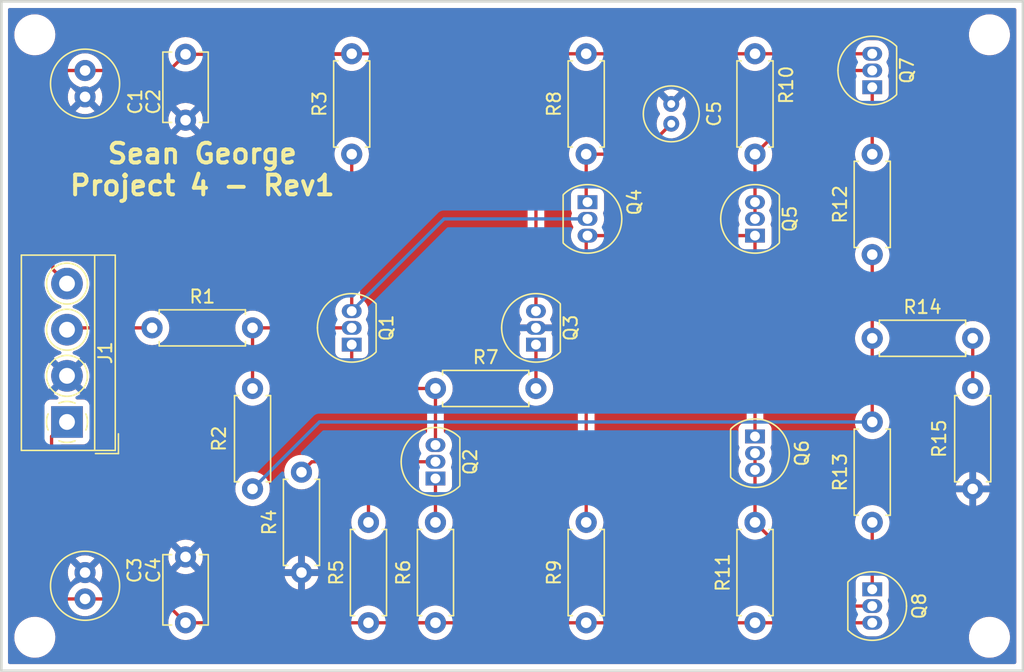
<source format=kicad_pcb>
(kicad_pcb (version 20211014) (generator pcbnew)
  (layers (0 "F.Cu" signal) (31 "B.Cu" signal) (34 "B.Paste" user) (35 "F.Paste" user) (36 "B.SilkS" user "B.Silkscreen") (37 "F.SilkS" user "F.Silkscreen") (38 "B.Mask" user) (39 "F.Mask" user) (44 "Edge.Cuts" user))
  (net 0 "")
  (net 1 "/VCC")
  (net 2 "GND")
  (net 3 "/VEE")
  (net 4 "Net-(C5-Pad2)")
  (net 5 "/IN")
  (net 6 "Net-(Q1-Pad1)")
  (net 7 "Net-(Q1-Pad2)")
  (net 8 "Net-(Q1-Pad3)")
  (net 9 "Net-(Q2-Pad1)")
  (net 10 "Net-(Q6-Pad2)")
  (net 11 "Net-(Q7-Pad1)")
  (net 12 "Net-(Q2-Pad2)")
  (net 13 "Net-(Q8-Pad1)")
  (net 14 "Net-(Q5-Pad2)")
  (net 15 "Net-(R12-Pad2)")
  (net 16 "Net-(R14-Pad2)")
  (net 17 "Net-(Q4-Pad3)")
  (net 18 "Net-(Q3-Pad1)")
  (footprint "Resistor_THT:R_Axial_DIN0207_L6.3mm_D2.5mm_P7.62mm_Horizontal" (layer "F.Cu") (at 219.61 138.6)
    (fp_text reference "R7" (at 3.81 -2.37) (layer "F.SilkS"))
    (fp_text value "22k")
    (fp_line (start 0.54 -1.37) (end 7.08 -1.37) (layer "F.SilkS") (width 0.12))
    (fp_line (start 7.08 1.37) (end 7.08 1.04) (layer "F.SilkS") (width 0.12))
    (fp_line (start 0.54 -1.04) (end 0.54 -1.37) (layer "F.SilkS") (width 0.12))
    (fp_line (start 0.54 1.04) (end 0.54 1.37) (layer "F.SilkS") (width 0.12))
    (fp_line (start 7.08 -1.37) (end 7.08 -1.04) (layer "F.SilkS") (width 0.12))
    (fp_line (start 0.54 1.37) (end 7.08 1.37) (layer "F.SilkS") (width 0.12))
    (pad "1" thru_hole circle (at 0 0) (size 1.6 1.6) (drill 0.8) (layers *.Cu *.Mask) (net 6 "Net-(Q1-Pad1)"))
    (pad "2" thru_hole oval (at 7.62 0) (size 1.6 1.6) (drill 0.8) (layers *.Cu *.Mask) (net 18 "Net-(Q3-Pad1)"))
  )
  (footprint "Package_TO_SOT_THT:TO-92_Inline" (layer "F.Cu") (at 252.73 115.74 90)
    (fp_text reference "Q7" (at 1.27 2.64 90) (layer "F.SilkS"))
    (fp_text value "Q_NPN_EBC")
    (fp_line (start -0.53 1.85) (end 3.07 1.85) (layer "F.SilkS") (width 0.12))
    (fp_arc (start 1.27 -2.6) (mid 3.672087 -0.994977) (end 3.108478 1.838478) (layer "F.SilkS") (width 0.12))
    (fp_arc (start -0.568478 1.838478) (mid -1.132087 -0.994977) (end 1.27 -2.6) (layer "F.SilkS") (width 0.12))
    (pad "1" thru_hole rect (at 0 0 90) (size 1.05 1.5) (drill 0.75) (layers *.Cu *.Mask) (net 11 "Net-(Q7-Pad1)"))
    (pad "2" thru_hole oval (at 1.27 0 90) (size 1.05 1.5) (drill 0.75) (layers *.Cu *.Mask) (net 14 "Net-(Q5-Pad2)"))
    (pad "3" thru_hole oval (at 2.54 0 90) (size 1.05 1.5) (drill 0.75) (layers *.Cu *.Mask) (net 1 "/VCC"))
  )
  (footprint "Resistor_THT:R_Axial_DIN0207_L6.3mm_D2.5mm_P7.62mm_Horizontal" (layer "F.Cu") (at 231.04 148.76 -90)
    (fp_text reference "R9" (at 3.81 2.44 90) (layer "F.SilkS"))
    (fp_text value "3k9")
    (fp_line (start 0.54 1.04) (end 0.54 1.37) (layer "F.SilkS") (width 0.12))
    (fp_line (start 7.08 1.37) (end 7.08 1.04) (layer "F.SilkS") (width 0.12))
    (fp_line (start 0.54 1.37) (end 7.08 1.37) (layer "F.SilkS") (width 0.12))
    (fp_line (start 0.54 -1.37) (end 7.08 -1.37) (layer "F.SilkS") (width 0.12))
    (fp_line (start 7.08 -1.37) (end 7.08 -1.04) (layer "F.SilkS") (width 0.12))
    (fp_line (start 0.54 -1.04) (end 0.54 -1.37) (layer "F.SilkS") (width 0.12))
    (pad "1" thru_hole circle (at 0 0 270) (size 1.6 1.6) (drill 0.8) (layers *.Cu *.Mask) (net 17 "Net-(Q4-Pad3)"))
    (pad "2" thru_hole oval (at 7.62 0 270) (size 1.6 1.6) (drill 0.8) (layers *.Cu *.Mask) (net 3 "/VEE"))
  )
  (footprint "Resistor_THT:R_Axial_DIN0207_L6.3mm_D2.5mm_P7.62mm_Horizontal" (layer "F.Cu") (at 252.73 141.14 -90)
    (fp_text reference "R13" (at 3.81 2.44 90) (layer "F.SilkS"))
    (fp_text value "10")
    (fp_line (start 7.08 -1.37) (end 7.08 -1.04) (layer "F.SilkS") (width 0.12))
    (fp_line (start 0.54 -1.37) (end 7.08 -1.37) (layer "F.SilkS") (width 0.12))
    (fp_line (start 0.54 -1.04) (end 0.54 -1.37) (layer "F.SilkS") (width 0.12))
    (fp_line (start 0.54 1.04) (end 0.54 1.37) (layer "F.SilkS") (width 0.12))
    (fp_line (start 7.08 1.37) (end 7.08 1.04) (layer "F.SilkS") (width 0.12))
    (fp_line (start 0.54 1.37) (end 7.08 1.37) (layer "F.SilkS") (width 0.12))
    (pad "1" thru_hole circle (at 0 0 270) (size 1.6 1.6) (drill 0.8) (layers *.Cu *.Mask) (net 15 "Net-(R12-Pad2)"))
    (pad "2" thru_hole oval (at 7.62 0 270) (size 1.6 1.6) (drill 0.8) (layers *.Cu *.Mask) (net 13 "Net-(Q8-Pad1)"))
  )
  (footprint "Capacitor_THT:C_Disc_D5.1mm_W3.2mm_P5.00mm" (layer "F.Cu") (at 200.66 113.24 -90)
    (fp_text reference "C2" (at 3.6 2.44 90) (layer "F.SilkS"))
    (fp_text value "0.1u")
    (fp_line (start -0.17 1.055) (end -0.17 1.721) (layer "F.SilkS") (width 0.12))
    (fp_line (start -0.17 -1.721) (end 5.17 -1.721) (layer "F.SilkS") (width 0.12))
    (fp_line (start -0.17 -1.721) (end -0.17 -1.055) (layer "F.SilkS") (width 0.12))
    (fp_line (start 5.17 -1.721) (end 5.17 -1.055) (layer "F.SilkS") (width 0.12))
    (fp_line (start -0.17 1.721) (end 5.17 1.721) (layer "F.SilkS") (width 0.12))
    (fp_line (start 5.17 1.055) (end 5.17 1.721) (layer "F.SilkS") (width 0.12))
    (pad "1" thru_hole circle (at 0 0 270) (size 1.6 1.6) (drill 0.8) (layers *.Cu *.Mask) (net 1 "/VCC"))
    (pad "2" thru_hole circle (at 5 0 270) (size 1.6 1.6) (drill 0.8) (layers *.Cu *.Mask) (net 2 "GND"))
  )
  (footprint "Capacitor_THT:C_Radial_D5.0mm_H11.0mm_P2.00mm" (layer "F.Cu") (at 193.04 152.57 -90)
    (fp_text reference "C3" (at -0.17 -3.75 90) (layer "F.SilkS"))
    (fp_text value "100u")
    (fp_circle (center 1 0) (end 3.62 0) (layer "F.SilkS") (width 0.12) (fill none))
    (pad "1" thru_hole circle (at 0 0 270) (size 1.6 1.6) (drill 0.8) (layers *.Cu *.Mask) (net 2 "GND"))
    (pad "2" thru_hole circle (at 2 0 270) (size 1.6 1.6) (drill 0.8) (layers *.Cu *.Mask) (net 3 "/VEE"))
  )
  (footprint "Resistor_THT:R_Axial_DIN0207_L6.3mm_D2.5mm_P7.62mm_Horizontal" (layer "F.Cu") (at 213.26 113.2 -90)
    (fp_text reference "R3" (at 3.81 2.44 90) (layer "F.SilkS"))
    (fp_text value "12k")
    (fp_line (start 0.54 1.37) (end 7.08 1.37) (layer "F.SilkS") (width 0.12))
    (fp_line (start 7.08 -1.37) (end 7.08 -1.04) (layer "F.SilkS") (width 0.12))
    (fp_line (start 0.54 -1.37) (end 7.08 -1.37) (layer "F.SilkS") (width 0.12))
    (fp_line (start 0.54 1.04) (end 0.54 1.37) (layer "F.SilkS") (width 0.12))
    (fp_line (start 7.08 1.37) (end 7.08 1.04) (layer "F.SilkS") (width 0.12))
    (fp_line (start 0.54 -1.04) (end 0.54 -1.37) (layer "F.SilkS") (width 0.12))
    (pad "1" thru_hole circle (at 0 0 270) (size 1.6 1.6) (drill 0.8) (layers *.Cu *.Mask) (net 1 "/VCC"))
    (pad "2" thru_hole oval (at 7.62 0 270) (size 1.6 1.6) (drill 0.8) (layers *.Cu *.Mask) (net 8 "Net-(Q1-Pad3)"))
  )
  (footprint "MountingHole:MountingHole_2.1mm" (layer "F.Cu") (at 261.62 111.76)
    (fp_text reference "H2" hide)
    (fp_text value "MountingHole_Pad" hide)
    (pad "" np_thru_hole circle (at 0 0) (size 2.1 2.1) (drill 2.1) (layers *.Cu *.Mask))
  )
  (footprint "Package_TO_SOT_THT:TO-92_Inline" (layer "F.Cu") (at 252.73 153.84 -90)
    (fp_text reference "Q8" (at 1.27 -3.56 90) (layer "F.SilkS"))
    (fp_text value "Q_PNP_EBC")
    (fp_line (start -0.53 1.85) (end 3.07 1.85) (layer "F.SilkS") (width 0.12))
    (fp_arc (start 1.27 -2.6) (mid 3.672087 -0.994977) (end 3.108478 1.838478) (layer "F.SilkS") (width 0.12))
    (fp_arc (start -0.568478 1.838478) (mid -1.132087 -0.994977) (end 1.27 -2.6) (layer "F.SilkS") (width 0.12))
    (pad "1" thru_hole rect (at 0 0 270) (size 1.05 1.5) (drill 0.75) (layers *.Cu *.Mask) (net 13 "Net-(Q8-Pad1)"))
    (pad "2" thru_hole oval (at 1.27 0 270) (size 1.05 1.5) (drill 0.75) (layers *.Cu *.Mask) (net 10 "Net-(Q6-Pad2)"))
    (pad "3" thru_hole oval (at 2.54 0 270) (size 1.05 1.5) (drill 0.75) (layers *.Cu *.Mask) (net 3 "/VEE"))
  )
  (footprint "MountingHole:MountingHole_2.1mm" (layer "F.Cu") (at 189.23 157.48)
    (fp_text reference "H3" hide)
    (fp_text value "MountingHole_Pad" hide)
    (pad "" np_thru_hole circle (at 0 0) (size 2.1 2.1) (drill 2.1) (layers *.Cu *.Mask))
  )
  (footprint "Resistor_THT:R_Axial_DIN0207_L6.3mm_D2.5mm_P7.62mm_Horizontal" (layer "F.Cu") (at 198.12 134)
    (fp_text reference "R1" (at 3.81 -2.37) (layer "F.SilkS"))
    (fp_text value "1k")
    (fp_line (start 0.54 -1.37) (end 7.08 -1.37) (layer "F.SilkS") (width 0.12))
    (fp_line (start 7.08 1.37) (end 7.08 1.04) (layer "F.SilkS") (width 0.12))
    (fp_line (start 0.54 1.37) (end 7.08 1.37) (layer "F.SilkS") (width 0.12))
    (fp_line (start 0.54 -1.04) (end 0.54 -1.37) (layer "F.SilkS") (width 0.12))
    (fp_line (start 7.08 -1.37) (end 7.08 -1.04) (layer "F.SilkS") (width 0.12))
    (fp_line (start 0.54 1.04) (end 0.54 1.37) (layer "F.SilkS") (width 0.12))
    (pad "1" thru_hole circle (at 0 0) (size 1.6 1.6) (drill 0.8) (layers *.Cu *.Mask) (net 5 "/IN"))
    (pad "2" thru_hole oval (at 7.62 0) (size 1.6 1.6) (drill 0.8) (layers *.Cu *.Mask) (net 7 "Net-(Q1-Pad2)"))
  )
  (footprint "Capacitor_THT:C_Disc_D5.1mm_W3.2mm_P5.00mm" (layer "F.Cu") (at 200.66 156.38 90)
    (fp_text reference "C4" (at 3.98 -2.44 90) (layer "F.SilkS"))
    (fp_text value "0.1u")
    (fp_line (start 5.17 -1.721) (end 5.17 -1.055) (layer "F.SilkS") (width 0.12))
    (fp_line (start -0.17 -1.721) (end 5.17 -1.721) (layer "F.SilkS") (width 0.12))
    (fp_line (start -0.17 -1.721) (end -0.17 -1.055) (layer "F.SilkS") (width 0.12))
    (fp_line (start -0.17 1.721) (end 5.17 1.721) (layer "F.SilkS") (width 0.12))
    (fp_line (start 5.17 1.055) (end 5.17 1.721) (layer "F.SilkS") (width 0.12))
    (fp_line (start -0.17 1.055) (end -0.17 1.721) (layer "F.SilkS") (width 0.12))
    (pad "1" thru_hole circle (at 0 0 90) (size 1.6 1.6) (drill 0.8) (layers *.Cu *.Mask) (net 3 "/VEE"))
    (pad "2" thru_hole circle (at 5 0 90) (size 1.6 1.6) (drill 0.8) (layers *.Cu *.Mask) (net 2 "GND"))
  )
  (footprint "Capacitor_THT:C_Radial_D5.0mm_H11.0mm_P2.00mm" (layer "F.Cu") (at 193.04 114.47 -90)
    (fp_text reference "C1" (at 2.37 -3.81 90) (layer "F.SilkS"))
    (fp_text value "100u")
    (fp_circle (center 1 0) (end 3.62 0) (layer "F.SilkS") (width 0.12) (fill none))
    (pad "1" thru_hole circle (at 0 0 270) (size 1.6 1.6) (drill 0.8) (layers *.Cu *.Mask) (net 1 "/VCC"))
    (pad "2" thru_hole circle (at 2 0 270) (size 1.6 1.6) (drill 0.8) (layers *.Cu *.Mask) (net 2 "GND"))
  )
  (footprint "Resistor_THT:R_Axial_DIN0207_L6.3mm_D2.5mm_P7.62mm_Horizontal" (layer "F.Cu") (at 260.35 138.6 -90)
    (fp_text reference "R15" (at 3.81 2.54 90) (layer "F.SilkS"))
    (fp_text value "50")
    (fp_line (start 0.54 1.37) (end 7.08 1.37) (layer "F.SilkS") (width 0.12))
    (fp_line (start 7.08 1.37) (end 7.08 1.04) (layer "F.SilkS") (width 0.12))
    (fp_line (start 0.54 -1.04) (end 0.54 -1.37) (layer "F.SilkS") (width 0.12))
    (fp_line (start 0.54 1.04) (end 0.54 1.37) (layer "F.SilkS") (width 0.12))
    (fp_line (start 0.54 -1.37) (end 7.08 -1.37) (layer "F.SilkS") (width 0.12))
    (fp_line (start 7.08 -1.37) (end 7.08 -1.04) (layer "F.SilkS") (width 0.12))
    (pad "1" thru_hole circle (at 0 0 270) (size 1.6 1.6) (drill 0.8) (layers *.Cu *.Mask) (net 16 "Net-(R14-Pad2)"))
    (pad "2" thru_hole oval (at 7.62 0 270) (size 1.6 1.6) (drill 0.8) (layers *.Cu *.Mask) (net 2 "GND"))
  )
  (footprint "Resistor_THT:R_Axial_DIN0207_L6.3mm_D2.5mm_P7.62mm_Horizontal" (layer "F.Cu") (at 252.73 134.79)
    (fp_text reference "R14" (at 3.81 -2.37) (layer "F.SilkS"))
    (fp_text value "50")
    (fp_line (start 0.54 1.04) (end 0.54 1.37) (layer "F.SilkS") (width 0.12))
    (fp_line (start 7.08 1.37) (end 7.08 1.04) (layer "F.SilkS") (width 0.12))
    (fp_line (start 7.08 -1.37) (end 7.08 -1.04) (layer "F.SilkS") (width 0.12))
    (fp_line (start 0.54 1.37) (end 7.08 1.37) (layer "F.SilkS") (width 0.12))
    (fp_line (start 0.54 -1.37) (end 7.08 -1.37) (layer "F.SilkS") (width 0.12))
    (fp_line (start 0.54 -1.04) (end 0.54 -1.37) (layer "F.SilkS") (width 0.12))
    (pad "1" thru_hole circle (at 0 0) (size 1.6 1.6) (drill 0.8) (layers *.Cu *.Mask) (net 15 "Net-(R12-Pad2)"))
    (pad "2" thru_hole oval (at 7.62 0) (size 1.6 1.6) (drill 0.8) (layers *.Cu *.Mask) (net 16 "Net-(R14-Pad2)"))
  )
  (footprint "Resistor_THT:R_Axial_DIN0207_L6.3mm_D2.5mm_P7.62mm_Horizontal" (layer "F.Cu") (at 209.45 144.95 -90)
    (fp_text reference "R4" (at 3.81 2.44 90) (layer "F.SilkS"))
    (fp_text value "47k")
    (fp_line (start 7.08 -1.37) (end 7.08 -1.04) (layer "F.SilkS") (width 0.12))
    (fp_line (start 0.54 1.04) (end 0.54 1.37) (layer "F.SilkS") (width 0.12))
    (fp_line (start 0.54 1.37) (end 7.08 1.37) (layer "F.SilkS") (width 0.12))
    (fp_line (start 0.54 -1.04) (end 0.54 -1.37) (layer "F.SilkS") (width 0.12))
    (fp_line (start 7.08 1.37) (end 7.08 1.04) (layer "F.SilkS") (width 0.12))
    (fp_line (start 0.54 -1.37) (end 7.08 -1.37) (layer "F.SilkS") (width 0.12))
    (pad "1" thru_hole circle (at 0 0 270) (size 1.6 1.6) (drill 0.8) (layers *.Cu *.Mask) (net 12 "Net-(Q2-Pad2)"))
    (pad "2" thru_hole oval (at 7.62 0 270) (size 1.6 1.6) (drill 0.8) (layers *.Cu *.Mask) (net 2 "GND"))
  )
  (footprint "Resistor_THT:R_Axial_DIN0207_L6.3mm_D2.5mm_P7.62mm_Horizontal" (layer "F.Cu") (at 252.73 120.82 -90)
    (fp_text reference "R12" (at 3.81 2.44 90) (layer "F.SilkS"))
    (fp_text value "10")
    (fp_line (start 7.08 -1.37) (end 7.08 -1.04) (layer "F.SilkS") (width 0.12))
    (fp_line (start 0.54 1.04) (end 0.54 1.37) (layer "F.SilkS") (width 0.12))
    (fp_line (start 0.54 1.37) (end 7.08 1.37) (layer "F.SilkS") (width 0.12))
    (fp_line (start 0.54 -1.04) (end 0.54 -1.37) (layer "F.SilkS") (width 0.12))
    (fp_line (start 0.54 -1.37) (end 7.08 -1.37) (layer "F.SilkS") (width 0.12))
    (fp_line (start 7.08 1.37) (end 7.08 1.04) (layer "F.SilkS") (width 0.12))
    (pad "1" thru_hole circle (at 0 0 270) (size 1.6 1.6) (drill 0.8) (layers *.Cu *.Mask) (net 11 "Net-(Q7-Pad1)"))
    (pad "2" thru_hole oval (at 7.62 0 270) (size 1.6 1.6) (drill 0.8) (layers *.Cu *.Mask) (net 15 "Net-(R12-Pad2)"))
  )
  (footprint "Package_TO_SOT_THT:TO-92_Inline" (layer "F.Cu") (at 231.14 124.46 -90)
    (fp_text reference "Q4" (at 0 -3.56 90) (layer "F.SilkS"))
    (fp_text value "Q_PNP_EBC")
    (fp_line (start -0.53 1.85) (end 3.07 1.85) (layer "F.SilkS") (width 0.12))
    (fp_arc (start -0.568478 1.838478) (mid -1.132087 -0.994977) (end 1.27 -2.6) (layer "F.SilkS") (width 0.12))
    (fp_arc (start 1.27 -2.6) (mid 3.672087 -0.994977) (end 3.108478 1.838478) (layer "F.SilkS") (width 0.12))
    (pad "1" thru_hole rect (at 0 0 270) (size 1.05 1.5) (drill 0.75) (layers *.Cu *.Mask) (net 4 "Net-(C5-Pad2)"))
    (pad "2" thru_hole oval (at 1.27 0 270) (size 1.05 1.5) (drill 0.75) (layers *.Cu *.Mask) (net 8 "Net-(Q1-Pad3)"))
    (pad "3" thru_hole oval (at 2.54 0 270) (size 1.05 1.5) (drill 0.75) (layers *.Cu *.Mask) (net 17 "Net-(Q4-Pad3)"))
  )
  (footprint "Package_TO_SOT_THT:TO-92_Inline" (layer "F.Cu") (at 243.84 142.24 -90)
    (fp_text reference "Q6" (at 1.27 -3.56 90) (layer "F.SilkS"))
    (fp_text value "Q_PNP_EBC")
    (fp_line (start -0.53 1.85) (end 3.07 1.85) (layer "F.SilkS") (width 0.12))
    (fp_arc (start 1.27 -2.6) (mid 3.672087 -0.994977) (end 3.108478 1.838478) (layer "F.SilkS") (width 0.12))
    (fp_arc (start -0.568478 1.838478) (mid -1.132087 -0.994977) (end 1.27 -2.6) (layer "F.SilkS") (width 0.12))
    (pad "1" thru_hole rect (at 0 0 270) (size 1.05 1.5) (drill 0.75) (layers *.Cu *.Mask) (net 17 "Net-(Q4-Pad3)"))
    (pad "2" thru_hole oval (at 1.27 0 270) (size 1.05 1.5) (drill 0.75) (layers *.Cu *.Mask) (net 10 "Net-(Q6-Pad2)"))
    (pad "3" thru_hole oval (at 2.54 0 270) (size 1.05 1.5) (drill 0.75) (layers *.Cu *.Mask) (net 10 "Net-(Q6-Pad2)"))
  )
  (footprint "Package_TO_SOT_THT:TO-92_Inline" (layer "F.Cu") (at 227.23 135.27 90)
    (fp_text reference "Q3" (at 1.27 2.64 90) (layer "F.SilkS"))
    (fp_text value "Q_NPN_EBC")
    (fp_line (start -0.53 1.85) (end 3.07 1.85) (layer "F.SilkS") (width 0.12))
    (fp_arc (start 1.27 -2.6) (mid 3.672087 -0.994977) (end 3.108478 1.838478) (layer "F.SilkS") (width 0.12))
    (fp_arc (start -0.568478 1.838478) (mid -1.132087 -0.994977) (end 1.27 -2.6) (layer "F.SilkS") (width 0.12))
    (pad "1" thru_hole rect (at 0 0 90) (size 1.05 1.5) (drill 0.75) (layers *.Cu *.Mask) (net 18 "Net-(Q3-Pad1)"))
    (pad "2" thru_hole oval (at 1.27 0 90) (size 1.05 1.5) (drill 0.75) (layers *.Cu *.Mask) (net 2 "GND"))
    (pad "3" thru_hole oval (at 2.54 0 90) (size 1.05 1.5) (drill 0.75) (layers *.Cu *.Mask) (net 1 "/VCC"))
  )
  (footprint "Package_TO_SOT_THT:TO-92_Inline" (layer "F.Cu") (at 243.84 127 90)
    (fp_text reference "Q5" (at 1.27 2.64 90) (layer "F.SilkS"))
    (fp_text value "Q_NPN_EBC")
    (fp_line (start -0.53 1.85) (end 3.07 1.85) (layer "F.SilkS") (width 0.12))
    (fp_arc (start 1.27 -2.6) (mid 3.672087 -0.994977) (end 3.108478 1.838478) (layer "F.SilkS") (width 0.12))
    (fp_arc (start -0.568478 1.838478) (mid -1.132087 -0.994977) (end 1.27 -2.6) (layer "F.SilkS") (width 0.12))
    (pad "1" thru_hole rect (at 0 0 90) (size 1.05 1.5) (drill 0.75) (layers *.Cu *.Mask) (net 17 "Net-(Q4-Pad3)"))
    (pad "2" thru_hole oval (at 1.27 0 90) (size 1.05 1.5) (drill 0.75) (layers *.Cu *.Mask) (net 14 "Net-(Q5-Pad2)"))
    (pad "3" thru_hole oval (at 2.54 0 90) (size 1.05 1.5) (drill 0.75) (layers *.Cu *.Mask) (net 14 "Net-(Q5-Pad2)"))
  )
  (footprint "Resistor_THT:R_Axial_DIN0207_L6.3mm_D2.5mm_P7.62mm_Horizontal" (layer "F.Cu") (at 214.53 148.76 -90)
    (fp_text reference "R5" (at 3.81 2.44 90) (layer "F.SilkS"))
    (fp_text value "22k")
    (fp_line (start 0.54 1.37) (end 7.08 1.37) (layer "F.SilkS") (width 0.12))
    (fp_line (start 0.54 -1.37) (end 7.08 -1.37) (layer "F.SilkS") (width 0.12))
    (fp_line (start 7.08 1.37) (end 7.08 1.04) (layer "F.SilkS") (width 0.12))
    (fp_line (start 7.08 -1.37) (end 7.08 -1.04) (layer "F.SilkS") (width 0.12))
    (fp_line (start 0.54 1.04) (end 0.54 1.37) (layer "F.SilkS") (width 0.12))
    (fp_line (start 0.54 -1.04) (end 0.54 -1.37) (layer "F.SilkS") (width 0.12))
    (pad "1" thru_hole circle (at 0 0 270) (size 1.6 1.6) (drill 0.8) (layers *.Cu *.Mask) (net 12 "Net-(Q2-Pad2)"))
    (pad "2" thru_hole oval (at 7.62 0 270) (size 1.6 1.6) (drill 0.8) (layers *.Cu *.Mask) (net 3 "/VEE"))
  )
  (footprint "Capacitor_THT:C_Radial_D4.0mm_H7.0mm_P1.50mm" (layer "F.Cu") (at 237.49 117.01 -90)
    (fp_text reference "C5" (at 0.75 -3.25 90) (layer "F.SilkS"))
    (fp_text value "C")
    (fp_circle (center 0.75 0) (end 2.87 0) (layer "F.SilkS") (width 0.12) (fill none))
    (pad "1" thru_hole circle (at 0 0 270) (size 1.2 1.2) (drill 0.6) (layers *.Cu *.Mask) (net 2 "GND"))
    (pad "2" thru_hole circle (at 1.5 0 270) (size 1.2 1.2) (drill 0.6) (layers *.Cu *.Mask) (net 4 "Net-(C5-Pad2)"))
  )
  (footprint "MountingHole:MountingHole_2.1mm" (layer "F.Cu") (at 261.62 157.48)
    (fp_text reference "H4" hide)
    (fp_text value "MountingHole_Pad" hide)
    (pad "" np_thru_hole circle (at 0 0) (size 2.1 2.1) (drill 2.1) (layers *.Cu *.Mask))
  )
  (footprint "Resistor_THT:R_Axial_DIN0207_L6.3mm_D2.5mm_P7.62mm_Horizontal" (layer "F.Cu") (at 243.84 113.2 -90)
    (fp_text reference "R10" (at 2.37 -2.37 90) (layer "F.SilkS"))
    (fp_text value "10k")
    (fp_line (start 0.54 1.04) (end 0.54 1.37) (layer "F.SilkS") (width 0.12))
    (fp_line (start 0.54 -1.04) (end 0.54 -1.37) (layer "F.SilkS") (width 0.12))
    (fp_line (start 7.08 -1.37) (end 7.08 -1.04) (layer "F.SilkS") (width 0.12))
    (fp_line (start 0.54 1.37) (end 7.08 1.37) (layer "F.SilkS") (width 0.12))
    (fp_line (start 0.54 -1.37) (end 7.08 -1.37) (layer "F.SilkS") (width 0.12))
    (fp_line (start 7.08 1.37) (end 7.08 1.04) (layer "F.SilkS") (width 0.12))
    (pad "1" thru_hole circle (at 0 0 270) (size 1.6 1.6) (drill 0.8) (layers *.Cu *.Mask) (net 1 "/VCC"))
    (pad "2" thru_hole oval (at 7.62 0 270) (size 1.6 1.6) (drill 0.8) (layers *.Cu *.Mask) (net 14 "Net-(Q5-Pad2)"))
  )
  (footprint "Resistor_THT:R_Axial_DIN0207_L6.3mm_D2.5mm_P7.62mm_Horizontal" (layer "F.Cu") (at 205.74 138.6 -90)
    (fp_text reference "R2" (at 3.81 2.54 90) (layer "F.SilkS"))
    (fp_text value "22k")
    (fp_line (start 7.08 -1.37) (end 7.08 -1.04) (layer "F.SilkS") (width 0.12))
    (fp_line (start 0.54 1.04) (end 0.54 1.37) (layer "F.SilkS") (width 0.12))
    (fp_line (start 7.08 1.37) (end 7.08 1.04) (layer "F.SilkS") (width 0.12))
    (fp_line (start 0.54 -1.04) (end 0.54 -1.37) (layer "F.SilkS") (width 0.12))
    (fp_line (start 0.54 -1.37) (end 7.08 -1.37) (layer "F.SilkS") (width 0.12))
    (fp_line (start 0.54 1.37) (end 7.08 1.37) (layer "F.SilkS") (width 0.12))
    (pad "1" thru_hole circle (at 0 0 270) (size 1.6 1.6) (drill 0.8) (layers *.Cu *.Mask) (net 7 "Net-(Q1-Pad2)"))
    (pad "2" thru_hole oval (at 7.62 0 270) (size 1.6 1.6) (drill 0.8) (layers *.Cu *.Mask) (net 15 "Net-(R12-Pad2)"))
  )
  (footprint "MountingHole:MountingHole_2.1mm" (layer "F.Cu") (at 189.23 111.76)
    (fp_text reference "H1" hide)
    (fp_text value "MountingHole_Pad" hide)
    (pad "" np_thru_hole circle (at 0 0) (size 2.1 2.1) (drill 2.1) (layers *.Cu *.Mask))
  )
  (footprint "Package_TO_SOT_THT:TO-92_Inline" (layer "F.Cu") (at 219.61 145.43 90)
    (fp_text reference "Q2" (at 1.27 2.64 90) (layer "F.SilkS"))
    (fp_text value "Q_NPN_EBC")
    (fp_line (start -0.53 1.85) (end 3.07 1.85) (layer "F.SilkS") (width 0.12))
    (fp_arc (start -0.568478 1.838478) (mid -1.132087 -0.994977) (end 1.27 -2.6) (layer "F.SilkS") (width 0.12))
    (fp_arc (start 1.27 -2.6) (mid 3.672087 -0.994977) (end 3.108478 1.838478) (layer "F.SilkS") (width 0.12))
    (pad "1" thru_hole rect (at 0 0 90) (size 1.05 1.5) (drill 0.75) (layers *.Cu *.Mask) (net 9 "Net-(Q2-Pad1)"))
    (pad "2" thru_hole oval (at 1.27 0 90) (size 1.05 1.5) (drill 0.75) (layers *.Cu *.Mask) (net 12 "Net-(Q2-Pad2)"))
    (pad "3" thru_hole oval (at 2.54 0 90) (size 1.05 1.5) (drill 0.75) (layers *.Cu *.Mask) (net 6 "Net-(Q1-Pad1)"))
  )
  (footprint "TerminalBlock_4Ucon:TerminalBlock_4Ucon_1x04_P3.50mm_Horizontal" (layer "F.Cu") (at 191.67 141.14 90)
    (fp_text reference "J1" (at 5.25 2.9 90) (layer "F.SilkS"))
    (fp_text value "Screw_Terminal_01x04")
    (fp_line (start -2.16 -3.46) (end 12.66 -3.46) (layer "F.SilkS") (width 0.12))
    (fp_line (start 12.66 -3.46) (end 12.66 3.66) (layer "F.SilkS") (width 0.12))
    (fp_line (start -2.16 -3.46) (end -2.16 3.66) (layer "F.SilkS") (width 0.12))
    (fp_line (start -2.16 2.1) (end 12.66 2.1) (layer "F.SilkS") (width 0.12))
    (fp_line (start -2.16 3.66) (end 12.66 3.66) (layer "F.SilkS") (width 0.12))
    (fp_line (start -2.4 3.9) (end -0.9 3.9) (layer "F.SilkS") (width 0.12))
    (fp_line (start -2.4 2.16) (end -2.4 3.9) (layer "F.SilkS") (width 0.12))
    (fp_arc (start 1.432109 -0.607742) (mid 1.555727 0.00014) (end 1.432 0.608) (layer "F.SilkS") (width 0.12))
    (fp_arc (start 0.027011 1.555493) (mid -0.296984 1.527118) (end -0.608 1.432) (layer "F.SilkS") (width 0.12))
    (fp_arc (start -0.607742 -1.432109) (mid 0.00014 -1.555727) (end 0.608 -1.432) (layer "F.SilkS") (width 0.12))
    (fp_arc (start -1.432109 0.607742) (mid -1.555727 -0.00014) (end -1.432 -0.608) (layer "F.SilkS") (width 0.12))
    (fp_arc (start 0.607587 1.431385) (mid 0.310017 1.523783) (end 0 1.555) (layer "F.SilkS") (width 0.12))
    (fp_circle (center 10.5 0) (end 12.055 0) (layer "F.SilkS") (width 0.12) (fill none))
    (fp_circle (center 3.5 0) (end 5.055 0) (layer "F.SilkS") (width 0.12) (fill none))
    (fp_circle (center 7 0) (end 8.555 0) (layer "F.SilkS") (width 0.12) (fill none))
    (pad "1" thru_hole rect (at 0 0 90) (size 2.4 2.4) (drill 1.2) (layers *.Cu *.Mask) (net 3 "/VEE"))
    (pad "2" thru_hole circle (at 3.5 0 90) (size 2.4 2.4) (drill 1.2) (layers *.Cu *.Mask) (net 2 "GND"))
    (pad "3" thru_hole circle (at 7 0 90) (size 2.4 2.4) (drill 1.2) (layers *.Cu *.Mask) (net 5 "/IN"))
    (pad "4" thru_hole circle (at 10.5 0 90) (size 2.4 2.4) (drill 1.2) (layers *.Cu *.Mask) (net 1 "/VCC"))
  )
  (footprint "Resistor_THT:R_Axial_DIN0207_L6.3mm_D2.5mm_P7.62mm_Horizontal" (layer "F.Cu") (at 243.84 148.76 -90)
    (fp_text reference "R11" (at 3.81 2.44 90) (layer "F.SilkS"))
    (fp_text value "10k")
    (fp_line (start 0.54 1.04) (end 0.54 1.37) (layer "F.SilkS") (width 0.12))
    (fp_line (start 7.08 -1.37) (end 7.08 -1.04) (layer "F.SilkS") (width 0.12))
    (fp_line (start 0.54 -1.04) (end 0.54 -1.37) (layer "F.SilkS") (width 0.12))
    (fp_line (start 7.08 1.37) (end 7.08 1.04) (layer "F.SilkS") (width 0.12))
    (fp_line (start 0.54 1.37) (end 7.08 1.37) (layer "F.SilkS") (width 0.12))
    (fp_line (start 0.54 -1.37) (end 7.08 -1.37) (layer "F.SilkS") (width 0.12))
    (pad "1" thru_hole circle (at 0 0 270) (size 1.6 1.6) (drill 0.8) (layers *.Cu *.Mask) (net 10 "Net-(Q6-Pad2)"))
    (pad "2" thru_hole oval (at 7.62 0 270) (size 1.6 1.6) (drill 0.8) (layers *.Cu *.Mask) (net 3 "/VEE"))
  )
  (footprint "Package_TO_SOT_THT:TO-92_Inline" (layer "F.Cu") (at 213.26 135.27 90)
    (fp_text reference "Q1" (at 1.27 2.64 90) (layer "F.SilkS"))
    (fp_text value "Q_NPN_EBC")
    (fp_line (start -0.53 1.85) (end 3.07 1.85) (layer "F.SilkS") (width 0.12))
    (fp_arc (start 1.27 -2.6) (mid 3.672087 -0.994977) (end 3.108478 1.838478) (layer "F.SilkS") (width 0.12))
    (fp_arc (start -0.568478 1.838478) (mid -1.132087 -0.994977) (end 1.27 -2.6) (layer "F.SilkS") (width 0.12))
    (pad "1" thru_hole rect (at 0 0 90) (size 1.05 1.5) (drill 0.75) (layers *.Cu *.Mask) (net 6 "Net-(Q1-Pad1)"))
    (pad "2" thru_hole oval (at 1.27 0 90) (size 1.05 1.5) (drill 0.75) (layers *.Cu *.Mask) (net 7 "Net-(Q1-Pad2)"))
    (pad "3" thru_hole oval (at 2.54 0 90) (size 1.05 1.5) (drill 0.75) (layers *.Cu *.Mask) (net 8 "Net-(Q1-Pad3)"))
  )
  (footprint "Resistor_THT:R_Axial_DIN0207_L6.3mm_D2.5mm_P7.62mm_Horizontal" (layer "F.Cu") (at 219.61 148.76 -90)
    (fp_text reference "R6" (at 3.81 2.44 90) (layer "F.SilkS"))
    (fp_text value "2k2")
    (fp_line (start 7.08 1.37) (end 7.08 1.04) (layer "F.SilkS") (width 0.12))
    (fp_line (start 7.08 -1.37) (end 7.08 -1.04) (layer "F.SilkS") (width 0.12))
    (fp_line (start 0.54 1.37) (end 7.08 1.37) (layer "F.SilkS") (width 0.12))
    (fp_line (start 0.54 1.04) (end 0.54 1.37) (layer "F.SilkS") (width 0.12))
    (fp_line (start 0.54 -1.37) (end 7.08 -1.37) (layer "F.SilkS") (width 0.12))
    (fp_line (start 0.54 -1.04) (end 0.54 -1.37) (layer "F.SilkS") (width 0.12))
    (pad "1" thru_hole circle (at 0 0 270) (size 1.6 1.6) (drill 0.8) (layers *.Cu *.Mask) (net 9 "Net-(Q2-Pad1)"))
    (pad "2" thru_hole oval (at 7.62 0 270) (size 1.6 1.6) (drill 0.8) (layers *.Cu *.Mask) (net 3 "/VEE"))
  )
  (footprint "Resistor_THT:R_Axial_DIN0207_L6.3mm_D2.5mm_P7.62mm_Horizontal" (layer "F.Cu") (at 231.04 113.2 -90)
    (fp_text reference "R8" (at 3.81 2.44 90) (layer "F.SilkS"))
    (fp_text value "1k8")
    (fp_line (start 7.08 1.37) (end 7.08 1.04) (layer "F.SilkS") (width 0.12))
    (fp_line (start 0.54 -1.37) (end 7.08 -1.37) (layer "F.SilkS") (width 0.12))
    (fp_line (start 0.54 -1.04) (end 0.54 -1.37) (layer "F.SilkS") (width 0.12))
    (fp_line (start 0.54 1.37) (end 7.08 1.37) (layer "F.SilkS") (width 0.12))
    (fp_line (start 0.54 1.04) (end 0.54 1.37) (layer "F.SilkS") (width 0.12))
    (fp_line (start 7.08 -1.37) (end 7.08 -1.04) (layer "F.SilkS") (width 0.12))
    (pad "1" thru_hole circle (at 0 0 270) (size 1.6 1.6) (drill 0.8) (layers *.Cu *.Mask) (net 1 "/VCC"))
    (pad "2" thru_hole oval (at 7.62 0 270) (size 1.6 1.6) (drill 0.8) (layers *.Cu *.Mask) (net 4 "Net-(C5-Pad2)"))
  )
  (gr_rect (start 186.69 109.22) (end 264.16 160.02) (layer "Edge.Cuts") (width 0.2) (fill none))
  (gr_text "Sean George\nProject 4 - Rev1\n\n" (at 201.93 123.19) (layer "F.SilkS") (effects (font (size 1.5 1.5) (thickness 0.3))))
  (segment (start 199.43 114.47) (end 200.66 113.24) (width 0.25) (layer "F.Cu") (net 1))
  (segment (start 227.23 132.73) (end 227.23 113.2) (width 0.25) (layer "F.Cu") (net 1))
  (segment (start 191.7 114.47) (end 193.04 114.47) (width 0.25) (layer "F.Cu") (net 1))
  (segment (start 231.04 113.2) (end 243.84 113.2) (width 0.25) (layer "F.Cu") (net 1))
  (segment (start 243.84 113.2) (end 252.73 113.2) (width 0.25) (layer "F.Cu") (net 1))
  (segment (start 191.67 130.64) (end 190.6 129.57) (width 0.25) (layer "F.Cu") (net 1))
  (segment (start 213.22 113.24) (end 213.26 113.2) (width 0.25) (layer "F.Cu") (net 1))
  (segment (start 193.04 114.47) (end 199.43 114.47) (width 0.25) (layer "F.Cu") (net 1))
  (segment (start 210.72 113.2) (end 231.04 113.2) (width 0.25) (layer "F.Cu") (net 1))
  (segment (start 190.6 115.57) (end 191.7 114.47) (width 0.25) (layer "F.Cu") (net 1))
  (segment (start 190.6 129.57) (end 190.6 115.57) (width 0.25) (layer "F.Cu") (net 1))
  (segment (start 200.66 113.24) (end 213.22 113.24) (width 0.25) (layer "F.Cu") (net 1))
  (segment (start 214.53 156.38) (end 219.61 156.38) (width 0.25) (layer "F.Cu") (net 3))
  (segment (start 193.04 154.57) (end 198.85 154.57) (width 0.25) (layer "F.Cu") (net 3))
  (segment (start 231.04 156.38) (end 243.84 156.38) (width 0.25) (layer "F.Cu") (net 3))
  (segment (start 190.5 142.24) (end 190.5 153.67) (width 0.25) (layer "F.Cu") (net 3))
  (segment (start 190.5 153.67) (end 191.4 154.57) (width 0.25) (layer "F.Cu") (net 3))
  (segment (start 200.66 156.38) (end 214.53 156.38) (width 0.25) (layer "F.Cu") (net 3))
  (segment (start 191.67 141.14) (end 191.6 141.14) (width 0.25) (layer "F.Cu") (net 3))
  (segment (start 198.85 154.57) (end 200.66 156.38) (width 0.25) (layer "F.Cu") (net 3))
  (segment (start 243.84 156.38) (end 252.73 156.38) (width 0.25) (layer "F.Cu") (net 3))
  (segment (start 191.6 141.14) (end 190.5 142.24) (width 0.25) (layer "F.Cu") (net 3))
  (segment (start 191.4 154.57) (end 193.04 154.57) (width 0.25) (layer "F.Cu") (net 3))
  (segment (start 217.07 156.38) (end 231.04 156.38) (width 0.25) (layer "F.Cu") (net 3))
  (segment (start 235.18 120.82) (end 237.49 118.51) (width 0.25) (layer "F.Cu") (net 4))
  (segment (start 231.04 120.82) (end 231.04 124.63) (width 0.25) (layer "F.Cu") (net 4))
  (segment (start 231.04 120.82) (end 235.18 120.82) (width 0.25) (layer "F.Cu") (net 4))
  (segment (start 191.81 134) (end 191.67 134.14) (width 0.25) (layer "F.Cu") (net 5))
  (segment (start 198.12 134) (end 191.81 134) (width 0.25) (layer "F.Cu") (net 5))
  (segment (start 213.26 135.27) (end 213.26 137.33) (width 0.25) (layer "F.Cu") (net 6))
  (segment (start 219.61 142.89) (end 219.61 138.6) (width 0.25) (layer "F.Cu") (net 6))
  (segment (start 214.53 138.6) (end 219.61 138.6) (width 0.25) (layer "F.Cu") (net 6))
  (segment (start 213.26 137.33) (end 214.53 138.6) (width 0.25) (layer "F.Cu") (net 6))
  (segment (start 205.74 134) (end 213.26 134) (width 0.25) (layer "F.Cu") (net 7))
  (segment (start 205.74 134) (end 205.74 138.6) (width 0.25) (layer "F.Cu") (net 7))
  (segment (start 213.26 120.82) (end 213.26 132.73) (width 0.25) (layer "F.Cu") (net 8))
  (segment (start 213.26 132.73) (end 220.26 125.73) (width 0.25) (layer "B.Cu") (net 8))
  (segment (start 220.26 125.73) (end 231.14 125.73) (width 0.25) (layer "B.Cu") (net 8))
  (segment (start 219.61 145.43) (end 219.61 148.76) (width 0.25) (layer "F.Cu") (net 9))
  (segment (start 252.73 155.11) (end 250.19 155.11) (width 0.25) (layer "F.Cu") (net 10))
  (segment (start 250.19 155.11) (end 243.84 148.76) (width 0.25) (layer "F.Cu") (net 10))
  (segment (start 243.84 143.51) (end 243.84 144.78) (width 0.25) (layer "F.Cu") (net 10))
  (segment (start 243.84 144.78) (end 243.84 148.76) (width 0.25) (layer "F.Cu") (net 10))
  (segment (start 252.73 115.74) (end 252.73 120.82) (width 0.25) (layer "F.Cu") (net 11))
  (segment (start 214.53 148.76) (end 214.53 145.91) (width 0.25) (layer "F.Cu") (net 12))
  (segment (start 209.45 144.95) (end 210.24 144.16) (width 0.25) (layer "F.Cu") (net 12))
  (segment (start 214.53 145.91) (end 216.28 144.16) (width 0.25) (layer "F.Cu") (net 12))
  (segment (start 210.24 144.16) (end 216.28 144.16) (width 0.25) (layer "F.Cu") (net 12))
  (segment (start 216.28 144.16) (end 219.61 144.16) (width 0.25) (layer "F.Cu") (net 12))
  (segment (start 252.73 148.76) (end 252.73 153.84) (width 0.25) (layer "F.Cu") (net 13))
  (segment (start 252.73 114.47) (end 250.19 114.47) (width 0.25) (layer "F.Cu") (net 14))
  (segment (start 243.84 125.73) (end 243.84 124.46) (width 0.25) (layer "F.Cu") (net 14))
  (segment (start 250.19 114.47) (end 243.84 120.82) (width 0.25) (layer "F.Cu") (net 14))
  (segment (start 243.84 124.46) (end 243.84 120.82) (width 0.25) (layer "F.Cu") (net 14))
  (segment (start 252.73 128.44) (end 252.73 134.79) (width 0.25) (layer "F.Cu") (net 15))
  (segment (start 252.73 141.14) (end 252.73 134.79) (width 0.25) (layer "F.Cu") (net 15))
  (segment (start 210.82 141.14) (end 252.73 141.14) (width 0.25) (layer "B.Cu") (net 15))
  (segment (start 205.74 146.22) (end 210.82 141.14) (width 0.25) (layer "B.Cu") (net 15))
  (segment (start 260.35 138.6) (end 260.35 134.79) (width 0.25) (layer "F.Cu") (net 16))
  (segment (start 243.84 142.24) (end 243.84 127.17) (width 0.25) (layer "F.Cu") (net 17))
  (segment (start 231.04 127.17) (end 231.04 148.76) (width 0.25) (layer "F.Cu") (net 17))
  (segment (start 231.14 127) (end 243.84 127) (width 0.25) (layer "F.Cu") (net 17))
  (segment (start 227.23 138.6) (end 227.23 135.27) (width 0.25) (layer "F.Cu") (net 18))
  (zone (net 2) (net_name "GND") (layers F&B.Cu) (connect_pads (clearance 0.508)) (min_thickness 0.254) (fill yes (thermal_gap 0.508) (thermal_bridge_width 0.508))
    (polygon (pts (xy 264.16 160.02) (xy 186.69 160.02) (xy 186.69 109.22) (xy 264.16 109.22)))
  )
)
</source>
